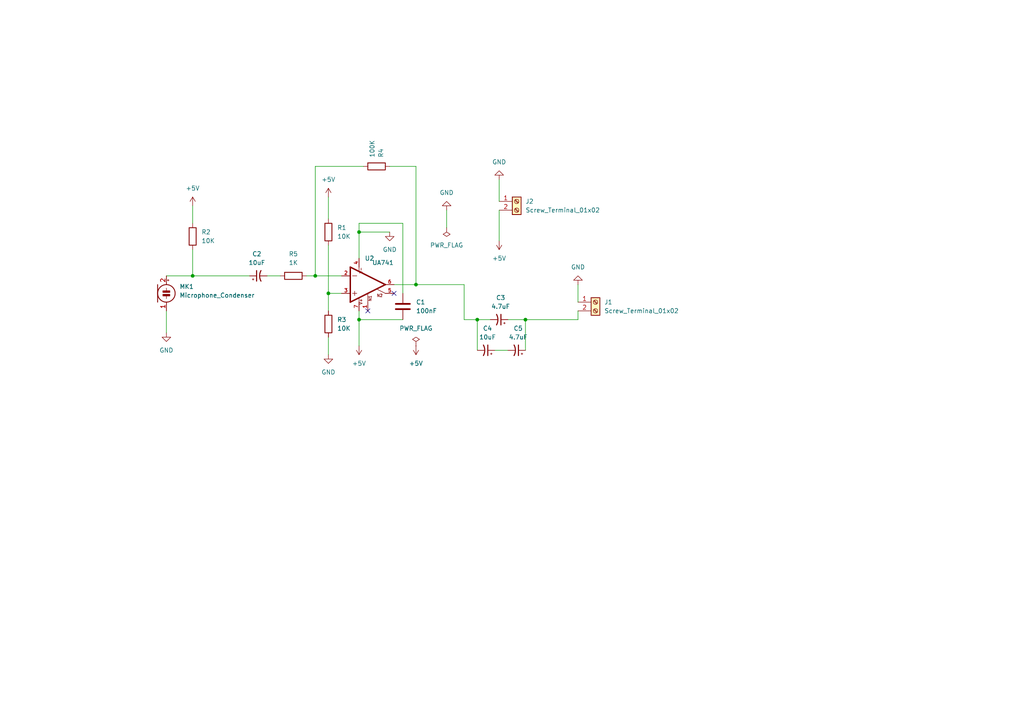
<source format=kicad_sch>
(kicad_sch (version 20231120) (generator "eeschema") (generator_version "8.0")
  (paper "A4")
  (title_block (title "Vulcan microphone") (date "2024-04-22") (rev "v01"))
  (lib_symbols
    (symbol "Connector:Screw_Terminal_01x02" (pin_names (offset 1.016) hide)
      (property "Reference" "J" (at 0 2.54 0))
      (property "Value" "Screw_Terminal_01x02" (at 0 -5.08 0))
      (symbol "Screw_Terminal_01x02_1_1"
        (rectangle (start -1.27 1.27) (end 1.27 -3.81) (stroke (width 0.254)) (fill (type background)))
        (circle (center 0 -2.54) (radius 0.635) (stroke (width 0.1524)))
        (polyline (pts (xy -0.5334 -2.2098) (xy 0.3302 -3.048)) (stroke (width 0.1524)))
        (polyline (pts (xy -0.5334 0.3302) (xy 0.3302 -0.508)) (stroke (width 0.1524)))
        (polyline (pts (xy -0.3556 -2.032) (xy 0.508 -2.8702)) (stroke (width 0.1524)))
        (polyline (pts (xy -0.3556 0.508) (xy 0.508 -0.3302)) (stroke (width 0.1524)))
        (circle (center 0 0) (radius 0.635) (stroke (width 0.1524)))
        (pin passive line (at -5.08 0 0) (length 3.81) (name "Pin_1") (number "1"))
        (pin passive line (at -5.08 -2.54 0) (length 3.81) (name "Pin_2") (number "2"))
      )
    )
    (symbol "Device:C" (pin_numbers hide) (pin_names (offset 0.254))
      (property "Reference" "C" (at 0.635 2.54 0))
      (property "Value" "C" (at 0.635 -2.54 0))
      (symbol "C_0_1"
        (polyline (pts (xy -2.032 -0.762) (xy 2.032 -0.762)) (stroke (width 0.508)))
        (polyline (pts (xy -2.032 0.762) (xy 2.032 0.762)) (stroke (width 0.508)))
      )
      (symbol "C_1_1"
        (pin passive line (at 0 3.81 270) (length 2.794) (name "~") (number "1"))
        (pin passive line (at 0 -3.81 90) (length 2.794) (name "~") (number "2"))
      )
    )
    (symbol "Device:C_Polarized_Small_US" (pin_numbers hide) (pin_names (offset 0.254) hide)
      (property "Reference" "C" (at 0.254 1.778 0))
      (property "Value" "C_Polarized_Small_US" (at 0.254 -2.032 0))
      (symbol "C_Polarized_Small_US_0_1"
        (polyline (pts (xy -1.524 0.508) (xy 1.524 0.508)) (stroke (width 0.3048)))
        (polyline (pts (xy -1.27 1.524) (xy -0.762 1.524)))
        (polyline (pts (xy -1.016 1.27) (xy -1.016 1.778)))
        (arc (start 1.524 -0.762) (mid 0 -0.3734) (end -1.524 -0.762) (stroke (width 0.3048)))
      )
      (symbol "C_Polarized_Small_US_1_1"
        (pin passive line (at 0 2.54 270) (length 2.032) (name "~") (number "1"))
        (pin passive line (at 0 -2.54 90) (length 2.032) (name "~") (number "2"))
      )
    )
    (symbol "Device:Microphone_Condenser" (pin_names (offset 0.0254) hide)
      (property "Reference" "MK" (at -3.302 1.27 0))
      (property "Value" "Microphone_Condenser" (at -3.302 -0.635 0))
      (symbol "Microphone_Condenser_0_1"
        (polyline (pts (xy -2.54 2.54) (xy -2.54 -2.54)) (stroke (width 0.254)))
        (polyline (pts (xy 0 -0.762) (xy 0 -1.524)))
        (polyline (pts (xy 0 0.762) (xy 0 1.524)))
        (polyline (pts (xy 0.254 3.81) (xy 0.762 3.81)))
        (polyline (pts (xy 0.508 4.064) (xy 0.508 3.556)))
        (circle (center 0 0) (radius 2.54) (stroke (width 0.254)))
        (rectangle (start 1.016 -0.254) (end -1.016 -0.762) (fill (type outline)))
        (rectangle (start 1.016 0.762) (end -1.016 0.254) (fill (type outline)))
      )
      (symbol "Microphone_Condenser_1_1"
        (pin passive line (at 0 -5.08 90) (length 2.54) (name "-") (number "1"))
        (pin passive line (at 0 5.08 270) (length 2.54) (name "+") (number "2"))
      )
    )
    (symbol "Device:R" (pin_numbers hide) (pin_names (offset 0))
      (property "Reference" "R" (at 2.032 0 90))
      (property "Value" "R" (at 0 0 90))
      (symbol "R_0_1"
        (rectangle (start -1.016 -2.54) (end 1.016 2.54) (stroke (width 0.254)))
      )
      (symbol "R_1_1"
        (pin passive line (at 0 3.81 270) (length 1.27) (name "~") (number "1"))
        (pin passive line (at 0 -3.81 90) (length 1.27) (name "~") (number "2"))
      )
    )
    (symbol "UA741:UA741" (pin_names (offset 1.016))
      (property "Reference" "U" (at 2.54 5.08 0))
      (property "Value" "UA741" (at 2.54 -5.08 0))
      (symbol "UA741_0_0"
        (polyline (pts (xy -5.08 -5.08) (xy 5.08 0)) (stroke (width 0.4064)))
        (polyline (pts (xy -5.08 5.08) (xy -5.08 -5.08)) (stroke (width 0.4064)))
        (polyline (pts (xy -4.445 -2.54) (xy -3.175 -2.54)) (stroke (width 0.1524)))
        (polyline (pts (xy -4.445 2.54) (xy -3.175 2.54)) (stroke (width 0.1524)))
        (polyline (pts (xy -3.81 3.175) (xy -3.81 1.905)) (stroke (width 0.1524)))
        (polyline (pts (xy -2.54 -3.8862) (xy -2.54 -5.0292)) (stroke (width 0.1524)))
        (polyline (pts (xy -2.54 5.08) (xy -2.54 3.8862)) (stroke (width 0.1524)))
        (polyline (pts (xy 0 5.0546) (xy 0 2.5908)) (stroke (width 0.1524)))
        (polyline (pts (xy 5.08 0) (xy -5.08 5.08)) (stroke (width 0.4064)))
        (polyline (pts (xy 5.08 2.54) (xy 2.5908 1.2954)) (stroke (width 0.1524)))
        (text "N1" (at 1.143 3.0734 900) (effects (font (size 0.8128 0.8128)) (justify left bottom)))
        (text "N2" (at 2.54 2.6924 0) (effects (font (size 0.8128 0.8128)) (justify left bottom)))
        (text "V+" (at -1.524 3.9624 900) (effects (font (size 0.8128 0.8128)) (justify left bottom)))
        (text "V-" (at -1.524 -5.08 900) (effects (font (size 0.8128 0.8128)) (justify left bottom)))
        (pin passive line (at 0 7.62 270) (length 2.54) (name "~") (number "1"))
        (pin input line (at -7.62 -2.54 0) (length 2.54) (name "~") (number "2"))
        (pin input line (at -7.62 2.54 0) (length 2.54) (name "~") (number "3"))
        (pin power_in line (at -2.54 -7.62 90) (length 2.54) (name "~") (number "4"))
        (pin passive line (at 7.62 2.54 180) (length 2.54) (name "~") (number "5"))
        (pin output line (at 7.62 0 180) (length 2.54) (name "~") (number "6"))
        (pin power_in line (at -2.54 7.62 270) (length 2.54) (name "~") (number "7"))
      )
    )
    (symbol "power:+5V" (power) (pin_names (offset 0))
      (property "Value" "+5V" (at 0 3.556 0))
      (symbol "+5V_0_1"
        (polyline (pts (xy -0.762 1.27) (xy 0 2.54)))
        (polyline (pts (xy 0 0) (xy 0 2.54)))
        (polyline (pts (xy 0 2.54) (xy 0.762 1.27)))
      )
      (symbol "+5V_1_1"
        (pin power_in line (at 0 0 90) (length 0) hide (name "+5V") (number "1"))
      )
    )
    (symbol "power:GND" (power) (pin_names (offset 0))
      (property "Value" "GND" (at 0 -3.81 0))
      (symbol "GND_0_1"
        (polyline (pts (xy 0 0) (xy 0 -1.27) (xy 1.27 -1.27) (xy 0 -2.54) (xy -1.27 -1.27) (xy 0 -1.27)))
      )
      (symbol "GND_1_1"
        (pin power_in line (at 0 0 270) (length 0) hide (name "GND") (number "1"))
      )
    )
    (symbol "power:PWR_FLAG" (power) (pin_numbers hide) (pin_names (offset 0) hide)
      (property "Value" "PWR_FLAG" (at 0 3.81 0))
      (symbol "PWR_FLAG_0_0"
        (pin power_out line (at 0 0 90) (length 0) (name "pwr") (number "1"))
      )
      (symbol "PWR_FLAG_0_1"
        (polyline (pts (xy 0 0) (xy 0 1.27) (xy -1.016 1.905) (xy 0 2.54) (xy 1.016 1.905) (xy 0 1.27)))
      )
    )
  )
  (junction (at 152.4 92.71))
  (junction (at 138.43 92.71))
  (junction (at 120.65 82.55))
  (junction (at 104.14 92.71))
  (junction (at 95.25 85.09))
  (junction (at 104.14 67.31))
  (junction (at 55.88 80.01))
  (junction (at 91.44 80.01))
  (no_connect (at 106.68 90.17))
  (no_connect (at 114.3 85.09))
  (wire (pts (xy 95.25 97.79) (xy 95.25 102.87)))
  (wire (pts (xy 95.25 57.15) (xy 95.25 63.5)))
  (wire (pts (xy 120.65 48.26) (xy 120.65 82.55)))
  (wire (pts (xy 104.14 67.31) (xy 113.03 67.31)))
  (wire (pts (xy 91.44 80.01) (xy 99.06 80.01)))
  (wire (pts (xy 120.65 82.55) (xy 114.3 82.55)))
  (wire (pts (xy 167.64 82.55) (xy 167.64 87.63)))
  (wire (pts (xy 143.51 101.6) (xy 147.32 101.6)))
  (wire (pts (xy 138.43 92.71) (xy 138.43 101.6)))
  (wire (pts (xy 147.32 92.71) (xy 152.4 92.71)))
  (wire (pts (xy 144.78 60.96) (xy 144.78 69.85)))
  (wire (pts (xy 55.88 80.01) (xy 72.39 80.01)))
  (wire (pts (xy 113.03 48.26) (xy 120.65 48.26)))
  (wire (pts (xy 104.14 92.71) (xy 104.14 90.17)))
  (wire (pts (xy 88.9 80.01) (xy 91.44 80.01)))
  (wire (pts (xy 167.64 92.71) (xy 167.64 90.17)))
  (wire (pts (xy 120.65 82.55) (xy 134.62 82.55)))
  (wire (pts (xy 138.43 92.71) (xy 142.24 92.71)))
  (wire (pts (xy 104.14 92.71) (xy 116.84 92.71)))
  (wire (pts (xy 55.88 59.69) (xy 55.88 64.77)))
  (wire (pts (xy 104.14 67.31) (xy 104.14 74.93)))
  (wire (pts (xy 95.25 71.12) (xy 95.25 85.09)))
  (wire (pts (xy 152.4 92.71) (xy 167.64 92.71)))
  (wire (pts (xy 104.14 64.77) (xy 104.14 67.31)))
  (wire (pts (xy 129.54 60.96) (xy 129.54 66.04)))
  (wire (pts (xy 152.4 92.71) (xy 152.4 101.6)))
  (wire (pts (xy 144.78 52.07) (xy 144.78 58.42)))
  (wire (pts (xy 104.14 100.33) (xy 104.14 92.71)))
  (wire (pts (xy 95.25 85.09) (xy 95.25 90.17)))
  (wire (pts (xy 99.06 85.09) (xy 95.25 85.09)))
  (wire (pts (xy 48.26 80.01) (xy 55.88 80.01)))
  (wire (pts (xy 134.62 92.71) (xy 138.43 92.71)))
  (wire (pts (xy 55.88 72.39) (xy 55.88 80.01)))
  (wire (pts (xy 91.44 48.26) (xy 105.41 48.26)))
  (wire (pts (xy 91.44 48.26) (xy 91.44 80.01)))
  (wire (pts (xy 134.62 82.55) (xy 134.62 92.71)))
  (wire (pts (xy 116.84 64.77) (xy 104.14 64.77)))
  (wire (pts (xy 48.26 90.17) (xy 48.26 96.52)))
  (wire (pts (xy 77.47 80.01) (xy 81.28 80.01)))
  (wire (pts (xy 116.84 85.09) (xy 116.84 64.77)))
  (symbol (lib_id "power:GND") (at 129.54 60.96 0) (mirror x) (unit 1)
    (property "Reference" "#PWR011" (effects (hide yes)))
    (property "Value" "GND" (at 129.54 55.88 0))
  )
  (symbol (lib_id "power:+5V") (at 104.14 100.33 0) (mirror x) (unit 1)
    (property "Reference" "#PWR05" (effects (hide yes)))
    (property "Value" "+5V" (at 104.14 105.41 0))
  )
  (symbol (lib_id "Device:R") (at 95.25 93.98 0) (unit 1)
    (property "Reference" "R3" (at 97.79 92.71 0) (effects (justify left)))
    (property "Value" "10K" (at 97.79 95.25 0) (effects (justify left)))
    (property "Footprint" "Resistor_SMD:R_0603_1608Metric" (effects (hide yes)))
  )
  (symbol (lib_id "power:+5V") (at 95.25 57.15 0) (unit 1)
    (property "Reference" "#PWR03" (effects (hide yes)))
    (property "Value" "+5V" (at 95.25 52.07 0))
  )
  (symbol (lib_id "Device:C_Polarized_Small_US") (at 149.86 101.6 270) (mirror x) (unit 1)
    (property "Reference" "C5" (at 150.2918 95.25 90))
    (property "Value" "4.7uF" (at 150.2918 97.79 90))
    (property "Footprint" "Capacitor_SMD:C_0805_2012Metric" (effects (hide yes)))
  )
  (symbol (lib_id "Device:Microphone_Condenser") (at 48.26 85.09 0) (unit 1)
    (property "Reference" "MK1" (at 52.07 83.1215 0) (effects (justify left)))
    (property "Value" "Microphone_Condenser" (at 52.07 85.6615 0) (effects (justify left)))
    (property "Footprint" "Connector_JST:JST_XH_B2B-XH-A_1x02_P2.50mm_Vertical" (effects (hide yes)))
  )
  (symbol (lib_id "Device:R") (at 95.25 67.31 0) (unit 1)
    (property "Reference" "R1" (at 97.79 66.04 0) (effects (justify left)))
    (property "Value" "10K" (at 97.79 68.58 0) (effects (justify left)))
    (property "Footprint" "Resistor_SMD:R_0603_1608Metric" (effects (hide yes)))
  )
  (symbol (lib_id "power:GND") (at 144.78 52.07 0) (mirror x) (unit 1)
    (property "Reference" "#PWR08" (effects (hide yes)))
    (property "Value" "GND" (at 144.78 46.99 0))
  )
  (symbol (lib_id "Connector:Screw_Terminal_01x02") (at 172.72 87.63 0) (unit 1)
    (property "Reference" "J1" (at 175.26 87.63 0) (effects (justify left)))
    (property "Value" "Screw_Terminal_01x02" (at 175.26 90.17 0) (effects (justify left)))
    (property "Footprint" "Connector_JST:JST_XH_B2B-XH-A_1x02_P2.50mm_Vertical" (effects (hide yes)))
  )
  (symbol (lib_id "power:GND") (at 113.03 67.31 0) (unit 1)
    (property "Reference" "#PWR010" (effects (hide yes)))
    (property "Value" "GND" (at 113.03 72.39 0))
  )
  (symbol (lib_id "power:+5V") (at 144.78 69.85 0) (mirror x) (unit 1)
    (property "Reference" "#PWR01" (effects (hide yes)))
    (property "Value" "+5V" (at 144.78 74.93 0))
  )
  (symbol (lib_id "power:PWR_FLAG") (at 129.54 66.04 0) (mirror x) (unit 1)
    (property "Reference" "#FLG02" (effects (hide yes)))
    (property "Value" "PWR_FLAG" (at 129.54 71.12 0))
  )
  (symbol (lib_id "power:+5V") (at 55.88 59.69 0) (unit 1)
    (property "Reference" "#PWR09" (effects (hide yes)))
    (property "Value" "+5V" (at 55.88 54.61 0))
  )
  (symbol (lib_id "Device:C_Polarized_Small_US") (at 74.93 80.01 90) (unit 1)
    (property "Reference" "C2" (at 74.4982 73.66 90))
    (property "Value" "10uF" (at 74.4982 76.2 90))
    (property "Footprint" "Capacitor_SMD:C_0805_2012Metric" (effects (hide yes)))
  )
  (symbol (lib_id "power:+5V") (at 120.65 100.33 0) (mirror x) (unit 1)
    (property "Reference" "#PWR04" (effects (hide yes)))
    (property "Value" "+5V" (at 120.65 105.41 0))
  )
  (symbol (lib_id "power:GND") (at 167.64 82.55 0) (mirror x) (unit 1)
    (property "Reference" "#PWR07" (effects (hide yes)))
    (property "Value" "GND" (at 167.64 77.47 0))
  )
  (symbol (lib_id "Device:R") (at 85.09 80.01 90) (unit 1)
    (property "Reference" "R5" (at 85.09 73.66 90))
    (property "Value" "1K" (at 85.09 76.2 90))
    (property "Footprint" "Potentiometer_THT:Potentiometer_Runtron_RM-065_Vertical" (effects (hide yes)))
  )
  (symbol (lib_id "Device:C") (at 116.84 88.9 0) (unit 1)
    (property "Reference" "C1" (at 120.65 87.63 0) (effects (justify left)))
    (property "Value" "100nF" (at 120.65 90.17 0) (effects (justify left)))
    (property "Footprint" "Capacitor_SMD:C_0402_1005Metric" (effects (hide yes)))
  )
  (symbol (lib_id "power:PWR_FLAG") (at 120.65 100.33 0) (unit 1)
    (property "Reference" "#FLG01" (effects (hide yes)))
    (property "Value" "PWR_FLAG" (at 120.65 95.25 0))
  )
  (symbol (lib_id "power:GND") (at 95.25 102.87 0) (unit 1)
    (property "Reference" "#PWR02" (effects (hide yes)))
    (property "Value" "GND" (at 95.25 107.95 0))
  )
  (symbol (lib_id "UA741:UA741") (at 106.68 82.55 0) (mirror x) (unit 1)
    (property "Reference" "U2" (at 105.7911 74.93 0) (effects (justify left)))
    (property "Value" "UA741" (at 107.95 76.2 0) (effects (justify left)))
    (property "Footprint" "UA741CDT:SOIC127P600X175-8N" (effects (hide yes)))
    (property "Description" "General Purpose Amplifier 1 Circuit - 8-SOIC" (effects (hide yes)))
    (property "MF" "STMicroelectronics" (effects (hide yes)))
    (property "Package" "SOIC-8 STMicroelectronics" (effects (hide yes)))
    (property "Price" "None" (effects (hide yes)))
    (property "Check_prices" "https://www.snapeda.com/parts/UA741/STMicroelectronics/view-part/?ref=eda" (effects (hide yes)))
    (property "SnapEDA_Link" "https://www.snapeda.com/parts/UA741/STMicroelectronics/view-part/?ref=snap" (effects (hide yes)))
    (property "MP" "UA741" (effects (hide yes)))
    (property "Availability" "Not in stock" (effects (hide yes)))
    (property "MAGASIN" "UA 741 (Armoire n°3) KYT 08 (Armoire n°5)" (effects (hide yes)))
  )
  (symbol (lib_id "power:GND") (at 48.26 96.52 0) (unit 1)
    (property "Reference" "#PWR06" (effects (hide yes)))
    (property "Value" "GND" (at 48.26 101.6 0))
  )
  (symbol (lib_id "Device:C_Polarized_Small_US") (at 140.97 101.6 270) (mirror x) (unit 1)
    (property "Reference" "C4" (at 141.4018 95.25 90))
    (property "Value" "10uF" (at 141.4018 97.79 90))
    (property "Footprint" "Capacitor_SMD:C_0805_2012Metric" (effects (hide yes)))
  )
  (symbol (lib_id "Device:C_Polarized_Small_US") (at 144.78 92.71 270) (mirror x) (unit 1)
    (property "Reference" "C3" (at 145.2118 86.36 90))
    (property "Value" "4.7uF" (at 145.2118 88.9 90))
    (property "Footprint" "Capacitor_SMD:C_0805_2012Metric" (effects (hide yes)))
  )
  (symbol (lib_id "Connector:Screw_Terminal_01x02") (at 149.86 58.42 0) (unit 1)
    (property "Reference" "J2" (at 152.4 58.42 0) (effects (justify left)))
    (property "Value" "Screw_Terminal_01x02" (at 152.4 60.96 0) (effects (justify left)))
    (property "Footprint" "Connector_JST:JST_XH_B2B-XH-A_1x02_P2.50mm_Vertical" (effects (hide yes)))
  )
  (symbol (lib_id "Device:R") (at 55.88 68.58 0) (unit 1)
    (property "Reference" "R2" (at 58.42 67.31 0) (effects (justify left)))
    (property "Value" "10K" (at 58.42 69.85 0) (effects (justify left)))
    (property "Footprint" "Resistor_SMD:R_0603_1608Metric" (effects (hide yes)))
  )
  (symbol (lib_id "Device:R") (at 109.22 48.26 270) (mirror x) (unit 1)
    (property "Reference" "R4" (at 110.49 45.72 0) (effects (justify left)))
    (property "Value" "100K" (at 107.95 45.72 0) (effects (justify left)))
    (property "Footprint" "Potentiometer_THT:Potentiometer_Runtron_RM-065_Vertical" (effects (hide yes)))
  )
)
</source>
